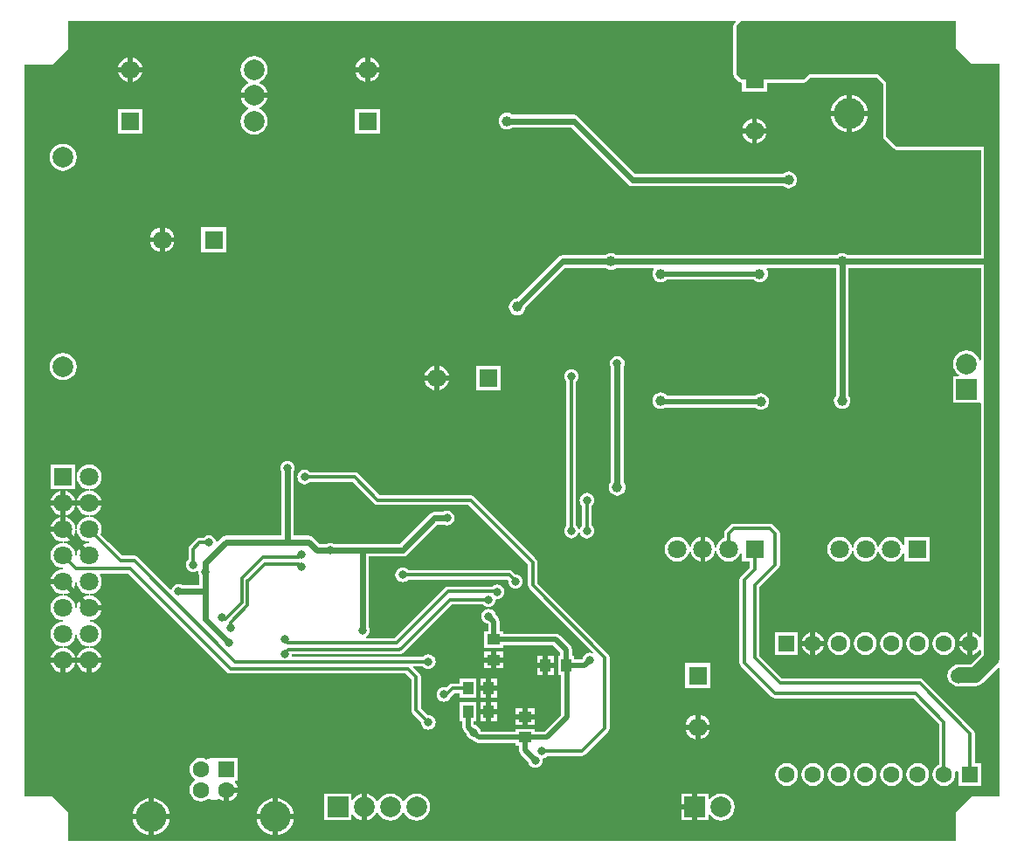
<source format=gbl>
G04*
G04 #@! TF.GenerationSoftware,Altium Limited,Altium Designer,19.1.8 (144)*
G04*
G04 Layer_Physical_Order=2*
G04 Layer_Color=16711680*
%FSLAX44Y44*%
%MOMM*%
G71*
G01*
G75*
%ADD53R,1.2500X1.0000*%
%ADD54R,1.0000X1.2500*%
%ADD64C,0.3000*%
%ADD65C,0.6000*%
%ADD66C,0.5000*%
%ADD68C,1.0000*%
%ADD71R,2.0000X2.0000*%
%ADD72C,2.0000*%
%ADD73C,1.8000*%
%ADD74R,1.8000X1.8000*%
%ADD75R,3.0000X3.0000*%
%ADD76C,3.0000*%
%ADD77R,1.8000X1.8000*%
%ADD78C,1.6000*%
%ADD79R,1.6000X1.6000*%
%ADD80R,2.0000X2.0000*%
%ADD81R,1.6000X1.6000*%
%ADD82C,0.8000*%
%ADD83C,1.0000*%
%ADD84C,1.5000*%
%ADD85C,1.5000*%
G36*
X910000Y775250D02*
X925000Y760250D01*
X952500D01*
Y680250D01*
X852500D01*
X842500Y690250D01*
X842500Y742750D01*
X835000Y750250D01*
X767500D01*
X762500Y745250D01*
X702500Y745250D01*
X697500Y750250D01*
X697500Y797500D01*
X702500Y802500D01*
X910000D01*
Y775250D01*
D02*
G37*
G36*
X697001Y801327D02*
X695337Y799663D01*
X694674Y798671D01*
X694441Y797500D01*
X694441Y797500D01*
X694441Y750250D01*
X694441Y750250D01*
X694674Y749080D01*
X695337Y748087D01*
X695337Y748087D01*
X700337Y743087D01*
X700337Y743087D01*
X701329Y742424D01*
X702500Y742191D01*
X703000Y741114D01*
Y733500D01*
X727000D01*
Y742191D01*
X762500Y742191D01*
X762500Y742191D01*
X763671Y742424D01*
X764663Y743087D01*
X768767Y747191D01*
X833733D01*
X839441Y741483D01*
X839441Y690250D01*
X839674Y689080D01*
X840337Y688087D01*
X840337Y688087D01*
X850337Y678087D01*
X850337Y678087D01*
X851329Y677424D01*
X852500Y677191D01*
X852500Y677191D01*
X934409D01*
Y575117D01*
X805169D01*
X804035Y575988D01*
X802088Y576794D01*
X800000Y577069D01*
X797912Y576794D01*
X795965Y575988D01*
X794831Y575117D01*
X581169D01*
X580034Y575988D01*
X578088Y576794D01*
X576000Y577069D01*
X573912Y576794D01*
X571965Y575988D01*
X570831Y575117D01*
X529000D01*
X526659Y574652D01*
X524674Y573326D01*
X484329Y532981D01*
X482912Y532794D01*
X480965Y531988D01*
X479294Y530706D01*
X478012Y529035D01*
X477206Y527088D01*
X476931Y525000D01*
X477206Y522912D01*
X478012Y520965D01*
X479294Y519294D01*
X480965Y518012D01*
X482912Y517206D01*
X485000Y516931D01*
X487088Y517206D01*
X489035Y518012D01*
X490706Y519294D01*
X491988Y520965D01*
X492794Y522912D01*
X492981Y524329D01*
X531534Y562882D01*
X570831D01*
X571965Y562012D01*
X573912Y561206D01*
X576000Y560931D01*
X578088Y561206D01*
X580034Y562012D01*
X581169Y562882D01*
X616829D01*
X617455Y561613D01*
X617012Y561035D01*
X616206Y559088D01*
X615931Y557000D01*
X616206Y554912D01*
X617012Y552966D01*
X618294Y551294D01*
X619966Y550012D01*
X621912Y549206D01*
X624000Y548931D01*
X626088Y549206D01*
X628035Y550012D01*
X629706Y551294D01*
X629781Y551392D01*
X714219D01*
X714294Y551294D01*
X715965Y550012D01*
X717912Y549206D01*
X720000Y548931D01*
X722088Y549206D01*
X724035Y550012D01*
X725706Y551294D01*
X726988Y552966D01*
X727794Y554912D01*
X728069Y557000D01*
X727794Y559088D01*
X726988Y561035D01*
X726544Y561613D01*
X727171Y562882D01*
X793883D01*
Y439169D01*
X793012Y438035D01*
X792206Y436088D01*
X791931Y434000D01*
X792206Y431912D01*
X793012Y429966D01*
X794294Y428294D01*
X795965Y427012D01*
X797912Y426206D01*
X800000Y425931D01*
X802088Y426206D01*
X804035Y427012D01*
X805706Y428294D01*
X806988Y429966D01*
X807794Y431912D01*
X808069Y434000D01*
X807794Y436088D01*
X806988Y438035D01*
X806117Y439169D01*
Y562882D01*
X934409D01*
Y550000D01*
X934409Y550000D01*
Y473336D01*
X933165Y473144D01*
X931855Y476306D01*
X929772Y479022D01*
X927056Y481105D01*
X923894Y482415D01*
X920500Y482862D01*
X917106Y482415D01*
X913944Y481105D01*
X911228Y479022D01*
X909145Y476306D01*
X907835Y473144D01*
X907388Y469750D01*
X907835Y466356D01*
X909145Y463194D01*
X911228Y460478D01*
X913129Y459020D01*
X912698Y457750D01*
X907500D01*
Y431750D01*
X933139D01*
X933500Y431750D01*
X934409Y430880D01*
X934409Y204960D01*
X933139Y204528D01*
X931745Y206345D01*
X929447Y208109D01*
X926772Y209217D01*
X926400Y209266D01*
Y198500D01*
Y187734D01*
X926772Y187783D01*
X929447Y188892D01*
X931745Y190655D01*
X933139Y192472D01*
X934409Y192041D01*
Y188387D01*
X924363Y178341D01*
X914723D01*
X912662Y178069D01*
X912500Y178091D01*
X909759Y177730D01*
X907205Y176672D01*
X905011Y174989D01*
X903328Y172795D01*
X902270Y170241D01*
X901909Y167500D01*
X902270Y164759D01*
X903328Y162205D01*
X905011Y160011D01*
X907205Y158328D01*
X909759Y157270D01*
X912500Y156909D01*
X914561Y157181D01*
X914723Y157159D01*
X928750D01*
X928750Y157159D01*
X931491Y157520D01*
X934045Y158578D01*
X936239Y160261D01*
X951230Y175253D01*
X952500Y174727D01*
Y50000D01*
X925000D01*
X910000Y35000D01*
Y7500D01*
X50000D01*
Y35000D01*
X35000Y50000D01*
X7500D01*
Y760000D01*
X35000D01*
X50000Y775000D01*
Y802500D01*
X696515Y802500D01*
X697001Y801327D01*
D02*
G37*
%LPC*%
G36*
X342500Y766774D02*
Y757500D01*
X351774D01*
X351691Y758133D01*
X350482Y761052D01*
X348559Y763559D01*
X346052Y765482D01*
X343133Y766691D01*
X342500Y766774D01*
D02*
G37*
G36*
X337500D02*
X336867Y766691D01*
X333948Y765482D01*
X331441Y763559D01*
X329518Y761052D01*
X328309Y758133D01*
X328226Y757500D01*
X337500D01*
Y766774D01*
D02*
G37*
G36*
X112500D02*
Y757500D01*
X121774D01*
X121691Y758133D01*
X120482Y761052D01*
X118559Y763559D01*
X116052Y765482D01*
X113133Y766691D01*
X112500Y766774D01*
D02*
G37*
G36*
X107500D02*
X106867Y766691D01*
X103948Y765482D01*
X101441Y763559D01*
X99518Y761052D01*
X98309Y758133D01*
X98226Y757500D01*
X107500D01*
Y766774D01*
D02*
G37*
G36*
X121774Y752500D02*
X112500D01*
Y743226D01*
X113133Y743309D01*
X116052Y744518D01*
X118559Y746441D01*
X120482Y748948D01*
X121691Y751867D01*
X121774Y752500D01*
D02*
G37*
G36*
X351774Y752500D02*
X342500D01*
Y743226D01*
X343133Y743309D01*
X346052Y744518D01*
X348559Y746441D01*
X350482Y748948D01*
X351691Y751867D01*
X351774Y752500D01*
D02*
G37*
G36*
X337500D02*
X328226D01*
X328309Y751867D01*
X329518Y748948D01*
X331441Y746441D01*
X333948Y744518D01*
X336867Y743309D01*
X337500Y743226D01*
Y752500D01*
D02*
G37*
G36*
X107500Y752500D02*
X98226D01*
X98309Y751867D01*
X99518Y748948D01*
X101441Y746441D01*
X103948Y744518D01*
X106867Y743309D01*
X107500Y743226D01*
Y752500D01*
D02*
G37*
G36*
X230000Y768112D02*
X226606Y767665D01*
X223444Y766356D01*
X220728Y764272D01*
X218645Y761556D01*
X217335Y758394D01*
X216888Y755000D01*
X217335Y751606D01*
X218645Y748444D01*
X220728Y745728D01*
X223444Y743644D01*
X224674Y743135D01*
Y741865D01*
X223444Y741356D01*
X220728Y739272D01*
X218645Y736556D01*
X217335Y733394D01*
X217217Y732500D01*
X230000D01*
X242783D01*
X242665Y733394D01*
X241355Y736556D01*
X239272Y739272D01*
X236556Y741356D01*
X235326Y741865D01*
Y743135D01*
X236556Y743644D01*
X239272Y745728D01*
X241355Y748444D01*
X242665Y751606D01*
X243112Y755000D01*
X242665Y758394D01*
X241355Y761556D01*
X239272Y764272D01*
X236556Y766356D01*
X233394Y767665D01*
X230000Y768112D01*
D02*
G37*
G36*
X809200Y730341D02*
Y715000D01*
X824541D01*
X824439Y716029D01*
X823410Y719422D01*
X821739Y722549D01*
X819490Y725290D01*
X816749Y727539D01*
X813622Y729210D01*
X810229Y730240D01*
X809200Y730341D01*
D02*
G37*
G36*
X804200Y730341D02*
X803171Y730240D01*
X799778Y729210D01*
X796651Y727539D01*
X793911Y725290D01*
X791661Y722549D01*
X789990Y719422D01*
X788960Y716029D01*
X788859Y715000D01*
X804200D01*
Y730341D01*
D02*
G37*
G36*
X717500Y707274D02*
Y698000D01*
X726774D01*
X726691Y698633D01*
X725482Y701552D01*
X723559Y704059D01*
X721052Y705982D01*
X718133Y707191D01*
X717500Y707274D01*
D02*
G37*
G36*
X712500D02*
X711867Y707191D01*
X708948Y705982D01*
X706441Y704059D01*
X704518Y701552D01*
X703309Y698633D01*
X703226Y698000D01*
X712500D01*
Y707274D01*
D02*
G37*
G36*
X804200Y710000D02*
X788859D01*
X788960Y708971D01*
X789990Y705578D01*
X791661Y702451D01*
X793911Y699710D01*
X796651Y697461D01*
X799778Y695790D01*
X803171Y694761D01*
X804200Y694659D01*
Y710000D01*
D02*
G37*
G36*
X824541D02*
X809200D01*
Y694659D01*
X810229Y694761D01*
X813622Y695790D01*
X816749Y697461D01*
X819490Y699710D01*
X821739Y702451D01*
X823410Y705578D01*
X824439Y708971D01*
X824541Y710000D01*
D02*
G37*
G36*
X352000Y717000D02*
X328000D01*
Y693000D01*
X352000D01*
Y717000D01*
D02*
G37*
G36*
X122000D02*
X98000D01*
Y693000D01*
X122000D01*
Y717000D01*
D02*
G37*
G36*
X242783Y727500D02*
X230000D01*
X217217D01*
X217335Y726606D01*
X218645Y723444D01*
X220728Y720728D01*
X223444Y718644D01*
X224674Y718135D01*
Y716865D01*
X223444Y716356D01*
X220728Y714272D01*
X218645Y711556D01*
X217335Y708394D01*
X216888Y705000D01*
X217335Y701606D01*
X218645Y698444D01*
X220728Y695728D01*
X223444Y693644D01*
X226606Y692335D01*
X230000Y691888D01*
X233394Y692335D01*
X236556Y693644D01*
X239272Y695728D01*
X241355Y698444D01*
X242665Y701606D01*
X243112Y705000D01*
X242665Y708394D01*
X241355Y711556D01*
X239272Y714272D01*
X236556Y716356D01*
X235326Y716865D01*
Y718135D01*
X236556Y718644D01*
X239272Y720728D01*
X241355Y723444D01*
X242665Y726606D01*
X242783Y727500D01*
D02*
G37*
G36*
X726774Y693000D02*
X717500D01*
Y683726D01*
X718133Y683809D01*
X721052Y685018D01*
X723559Y686942D01*
X725482Y689448D01*
X726691Y692367D01*
X726774Y693000D01*
D02*
G37*
G36*
X712500D02*
X703226D01*
X703309Y692367D01*
X704518Y689448D01*
X706441Y686942D01*
X708948Y685018D01*
X711867Y683809D01*
X712500Y683726D01*
Y693000D01*
D02*
G37*
G36*
X45000Y683112D02*
X41606Y682665D01*
X38444Y681356D01*
X35728Y679272D01*
X33644Y676556D01*
X32335Y673394D01*
X31888Y670000D01*
X32335Y666606D01*
X33644Y663444D01*
X35728Y660728D01*
X38444Y658644D01*
X41606Y657335D01*
X45000Y656888D01*
X48394Y657335D01*
X51556Y658644D01*
X54272Y660728D01*
X56356Y663444D01*
X57665Y666606D01*
X58112Y670000D01*
X57665Y673394D01*
X56356Y676556D01*
X54272Y679272D01*
X51556Y681356D01*
X48394Y682665D01*
X45000Y683112D01*
D02*
G37*
G36*
X475000Y713069D02*
X472912Y712794D01*
X470965Y711988D01*
X469294Y710706D01*
X468012Y709035D01*
X467206Y707088D01*
X466931Y705000D01*
X467206Y702912D01*
X468012Y700965D01*
X469294Y699294D01*
X470965Y698012D01*
X472912Y697206D01*
X475000Y696931D01*
X477088Y697206D01*
X479035Y698012D01*
X480169Y698883D01*
X537466D01*
X592674Y643674D01*
X594659Y642348D01*
X597000Y641882D01*
X742831D01*
X743966Y641012D01*
X745912Y640206D01*
X748000Y639931D01*
X750088Y640206D01*
X752035Y641012D01*
X753706Y642294D01*
X754988Y643966D01*
X755794Y645912D01*
X756069Y648000D01*
X755794Y650088D01*
X754988Y652035D01*
X753706Y653706D01*
X752035Y654988D01*
X750088Y655794D01*
X748000Y656069D01*
X745912Y655794D01*
X743966Y654988D01*
X742831Y654118D01*
X599534D01*
X544326Y709326D01*
X542341Y710652D01*
X540000Y711118D01*
X480169D01*
X479035Y711988D01*
X477088Y712794D01*
X475000Y713069D01*
D02*
G37*
G36*
X143500Y601774D02*
Y592500D01*
X152774D01*
X152691Y593133D01*
X151482Y596052D01*
X149558Y598559D01*
X147052Y600482D01*
X144133Y601691D01*
X143500Y601774D01*
D02*
G37*
G36*
X138500Y601774D02*
X137867Y601691D01*
X134948Y600482D01*
X132442Y598559D01*
X130518Y596052D01*
X129309Y593133D01*
X129226Y592500D01*
X138500D01*
Y601774D01*
D02*
G37*
G36*
X152774Y587500D02*
X143500D01*
Y578226D01*
X144133Y578309D01*
X147052Y579518D01*
X149558Y581441D01*
X151482Y583948D01*
X152691Y586867D01*
X152774Y587500D01*
D02*
G37*
G36*
X138500D02*
X129226D01*
X129309Y586867D01*
X130518Y583948D01*
X132442Y581441D01*
X134948Y579518D01*
X137867Y578309D01*
X138500Y578226D01*
Y587500D01*
D02*
G37*
G36*
X203000Y602000D02*
X179000D01*
Y578000D01*
X203000D01*
Y602000D01*
D02*
G37*
G36*
X409500Y467774D02*
Y458500D01*
X418774D01*
X418691Y459133D01*
X417482Y462052D01*
X415559Y464558D01*
X413052Y466482D01*
X410133Y467691D01*
X409500Y467774D01*
D02*
G37*
G36*
X404500D02*
X403867Y467691D01*
X400948Y466482D01*
X398442Y464558D01*
X396518Y462052D01*
X395309Y459133D01*
X395226Y458500D01*
X404500D01*
Y467774D01*
D02*
G37*
G36*
X45000Y480112D02*
X41606Y479665D01*
X38444Y478355D01*
X35728Y476272D01*
X33644Y473556D01*
X32335Y470394D01*
X31888Y467000D01*
X32335Y463606D01*
X33644Y460444D01*
X35728Y457728D01*
X38444Y455644D01*
X41606Y454335D01*
X45000Y453888D01*
X48394Y454335D01*
X51556Y455644D01*
X54272Y457728D01*
X56356Y460444D01*
X57665Y463606D01*
X58112Y467000D01*
X57665Y470394D01*
X56356Y473556D01*
X54272Y476272D01*
X51556Y478355D01*
X48394Y479665D01*
X45000Y480112D01*
D02*
G37*
G36*
X418774Y453500D02*
X409500D01*
Y444226D01*
X410133Y444309D01*
X413052Y445518D01*
X415559Y447441D01*
X417482Y449948D01*
X418691Y452867D01*
X418774Y453500D01*
D02*
G37*
G36*
X404500D02*
X395226D01*
X395309Y452867D01*
X396518Y449948D01*
X398442Y447441D01*
X400948Y445518D01*
X403867Y444309D01*
X404500Y444226D01*
Y453500D01*
D02*
G37*
G36*
X469000Y468000D02*
X445000D01*
Y444000D01*
X469000D01*
Y468000D01*
D02*
G37*
G36*
X624000Y442069D02*
X621912Y441794D01*
X619966Y440988D01*
X618294Y439706D01*
X617012Y438035D01*
X616206Y436088D01*
X615931Y434000D01*
X616206Y431912D01*
X617012Y429966D01*
X618294Y428294D01*
X619966Y427012D01*
X621912Y426206D01*
X624000Y425931D01*
X626088Y426206D01*
X628035Y427012D01*
X628530Y427392D01*
X715219D01*
X715294Y427294D01*
X716965Y426012D01*
X718912Y425206D01*
X721000Y424931D01*
X723088Y425206D01*
X725034Y426012D01*
X726706Y427294D01*
X727988Y428965D01*
X728794Y430912D01*
X729069Y433000D01*
X728794Y435088D01*
X727988Y437034D01*
X726706Y438706D01*
X725034Y439988D01*
X723088Y440794D01*
X721000Y441069D01*
X718912Y440794D01*
X716965Y439988D01*
X715294Y438706D01*
X715219Y438608D01*
X630548D01*
X629706Y439706D01*
X628035Y440988D01*
X626088Y441794D01*
X624000Y442069D01*
D02*
G37*
G36*
X57000Y372000D02*
X33000D01*
Y348000D01*
X57000D01*
Y372000D01*
D02*
G37*
G36*
X582000Y477060D02*
X580173Y476820D01*
X578470Y476115D01*
X577008Y474992D01*
X575886Y473530D01*
X575180Y471827D01*
X574940Y470000D01*
X575180Y468173D01*
X575882Y466477D01*
Y355169D01*
X575012Y354035D01*
X574206Y352088D01*
X573931Y350000D01*
X574206Y347912D01*
X575012Y345965D01*
X576294Y344294D01*
X577966Y343012D01*
X579912Y342206D01*
X582000Y341931D01*
X584088Y342206D01*
X586035Y343012D01*
X587706Y344294D01*
X588988Y345965D01*
X589794Y347912D01*
X590069Y350000D01*
X589794Y352088D01*
X588988Y354035D01*
X588117Y355169D01*
Y466477D01*
X588820Y468173D01*
X589060Y470000D01*
X588820Y471827D01*
X588115Y473530D01*
X586992Y474992D01*
X585530Y476115D01*
X583827Y476820D01*
X582000Y477060D01*
D02*
G37*
G36*
X42500Y346374D02*
X41867Y346291D01*
X38948Y345082D01*
X36442Y343158D01*
X34518Y340652D01*
X33309Y337733D01*
X33226Y337100D01*
X42500D01*
Y346374D01*
D02*
G37*
G36*
X537500Y464560D02*
X535673Y464320D01*
X533970Y463615D01*
X532508Y462492D01*
X531385Y461030D01*
X530680Y459327D01*
X530440Y457500D01*
X530680Y455673D01*
X531385Y453970D01*
X532508Y452508D01*
X532912Y452197D01*
Y312803D01*
X532508Y312492D01*
X531385Y311030D01*
X530680Y309327D01*
X530440Y307500D01*
X530680Y305673D01*
X531385Y303970D01*
X532508Y302507D01*
X533970Y301385D01*
X535673Y300680D01*
X537500Y300440D01*
X539327Y300680D01*
X541030Y301385D01*
X542492Y302507D01*
X543615Y303970D01*
X544320Y305673D01*
X544360Y305974D01*
X545640D01*
X545680Y305673D01*
X546385Y303970D01*
X547508Y302507D01*
X548970Y301385D01*
X550673Y300680D01*
X552500Y300440D01*
X554327Y300680D01*
X556030Y301385D01*
X557492Y302507D01*
X558615Y303970D01*
X559320Y305673D01*
X559560Y307500D01*
X559320Y309327D01*
X558615Y311030D01*
X557492Y312492D01*
X557088Y312803D01*
Y332197D01*
X557492Y332508D01*
X558615Y333970D01*
X559320Y335673D01*
X559560Y337500D01*
X559320Y339327D01*
X558615Y341030D01*
X557492Y342492D01*
X556030Y343615D01*
X554327Y344320D01*
X552500Y344560D01*
X550673Y344320D01*
X548970Y343615D01*
X547508Y342492D01*
X546385Y341030D01*
X545680Y339327D01*
X545440Y337500D01*
X545680Y335673D01*
X546385Y333970D01*
X547508Y332508D01*
X547912Y332197D01*
Y312803D01*
X547508Y312492D01*
X546385Y311030D01*
X545680Y309327D01*
X545640Y309026D01*
X544360D01*
X544320Y309327D01*
X543615Y311030D01*
X542492Y312492D01*
X542088Y312803D01*
Y452197D01*
X542492Y452508D01*
X543615Y453970D01*
X544320Y455673D01*
X544560Y457500D01*
X544320Y459327D01*
X543615Y461030D01*
X542492Y462492D01*
X541030Y463615D01*
X539327Y464320D01*
X537500Y464560D01*
D02*
G37*
G36*
X262500Y375560D02*
X260673Y375320D01*
X258970Y374614D01*
X257508Y373492D01*
X256385Y372030D01*
X255680Y370327D01*
X255440Y368500D01*
X255680Y366673D01*
X256383Y364977D01*
Y303118D01*
X203000D01*
X200659Y302652D01*
X198674Y301326D01*
X194476Y297127D01*
X193135Y297582D01*
X193070Y298077D01*
X192365Y299780D01*
X191242Y301242D01*
X189780Y302364D01*
X188077Y303070D01*
X186250Y303310D01*
X184423Y303070D01*
X182720Y302364D01*
X181257Y301242D01*
X180947Y300838D01*
X177250D01*
X175494Y300489D01*
X174006Y299494D01*
X167756Y293244D01*
X166761Y291756D01*
X166412Y290000D01*
Y280303D01*
X166008Y279993D01*
X164886Y278530D01*
X164180Y276827D01*
X163940Y275000D01*
X164180Y273173D01*
X164886Y271470D01*
X166008Y270008D01*
X167470Y268885D01*
X169173Y268180D01*
X171000Y267940D01*
X172827Y268180D01*
X174530Y268885D01*
X174803Y269095D01*
X175993Y268407D01*
X175940Y268000D01*
X176180Y266173D01*
X176882Y264477D01*
Y255117D01*
X160523D01*
X158827Y255820D01*
X157000Y256060D01*
X155173Y255820D01*
X153470Y255114D01*
X152008Y253993D01*
X150885Y252530D01*
X150261Y251023D01*
X149007Y250482D01*
X117244Y282244D01*
X115756Y283239D01*
X114000Y283588D01*
X102501Y283588D01*
X89244Y296844D01*
X81485Y304604D01*
X82091Y306067D01*
X82503Y309200D01*
X82091Y312333D01*
X80882Y315252D01*
X78959Y317759D01*
X76452Y319682D01*
X73533Y320891D01*
X71305Y321184D01*
X70734Y321260D01*
Y322540D01*
X71305Y322616D01*
X73533Y322909D01*
X76452Y324118D01*
X78959Y326041D01*
X80882Y328548D01*
X82091Y331467D01*
X82174Y332100D01*
X70400D01*
Y337100D01*
X82174D01*
X82091Y337733D01*
X80882Y340652D01*
X78959Y343158D01*
X76452Y345082D01*
X73533Y346291D01*
X71305Y346584D01*
X70734Y346660D01*
Y347940D01*
X71305Y348016D01*
X73533Y348309D01*
X76452Y349518D01*
X78959Y351441D01*
X80882Y353948D01*
X82091Y356867D01*
X82503Y360000D01*
X82091Y363133D01*
X80882Y366052D01*
X78959Y368559D01*
X76452Y370482D01*
X73533Y371691D01*
X70400Y372104D01*
X67267Y371691D01*
X64348Y370482D01*
X61842Y368559D01*
X59918Y366052D01*
X58709Y363133D01*
X58296Y360000D01*
X58709Y356867D01*
X59918Y353948D01*
X61842Y351441D01*
X64348Y349518D01*
X67267Y348309D01*
X69495Y348016D01*
X70066Y347940D01*
Y346660D01*
X69495Y346584D01*
X67267Y346291D01*
X64348Y345082D01*
X61842Y343158D01*
X59918Y340652D01*
X58709Y337733D01*
X58416Y335505D01*
X58340Y334934D01*
X57060D01*
X56984Y335505D01*
X56691Y337733D01*
X55482Y340652D01*
X53559Y343158D01*
X51052Y345082D01*
X48133Y346291D01*
X47500Y346374D01*
Y334600D01*
X45000D01*
Y332100D01*
X33226D01*
X33309Y331467D01*
X34518Y328548D01*
X36442Y326041D01*
X38948Y324118D01*
X41867Y322909D01*
X44095Y322616D01*
X44666Y322540D01*
Y321260D01*
X44095Y321184D01*
X41867Y320891D01*
X38948Y319682D01*
X36442Y317759D01*
X34518Y315252D01*
X33309Y312333D01*
X33226Y311700D01*
X45000D01*
Y306700D01*
X33226D01*
X33309Y306067D01*
X34518Y303148D01*
X36442Y300641D01*
X38948Y298718D01*
X41867Y297509D01*
X44095Y297216D01*
X44666Y297140D01*
Y295860D01*
X44095Y295784D01*
X41867Y295491D01*
X38948Y294282D01*
X36442Y292358D01*
X34518Y289852D01*
X33309Y286933D01*
X32896Y283800D01*
X33309Y280667D01*
X34518Y277748D01*
X36442Y275242D01*
X38948Y273318D01*
X41867Y272109D01*
X44095Y271816D01*
X44666Y271740D01*
Y270460D01*
X44095Y270384D01*
X41867Y270091D01*
X38948Y268882D01*
X36442Y266959D01*
X34518Y264452D01*
X33309Y261533D01*
X33226Y260900D01*
X45000D01*
Y255900D01*
X33226D01*
X33309Y255267D01*
X34518Y252348D01*
X36442Y249841D01*
X38948Y247918D01*
X41867Y246709D01*
X44095Y246416D01*
X44666Y246340D01*
Y245060D01*
X44095Y244984D01*
X41867Y244691D01*
X38948Y243482D01*
X36442Y241558D01*
X34518Y239052D01*
X33309Y236133D01*
X32896Y233000D01*
X33309Y229867D01*
X34518Y226948D01*
X36442Y224442D01*
X38948Y222518D01*
X41867Y221309D01*
X44095Y221016D01*
X44666Y220940D01*
Y219660D01*
X44095Y219584D01*
X41867Y219291D01*
X38948Y218082D01*
X36442Y216159D01*
X34518Y213652D01*
X33309Y210733D01*
X32896Y207600D01*
X33309Y204467D01*
X34518Y201548D01*
X36442Y199042D01*
X38948Y197118D01*
X41867Y195909D01*
X44095Y195616D01*
X44666Y195540D01*
Y194260D01*
X44095Y194184D01*
X41867Y193891D01*
X38948Y192682D01*
X36442Y190758D01*
X34518Y188252D01*
X33309Y185333D01*
X33226Y184700D01*
X45000D01*
Y182200D01*
X47500D01*
Y170426D01*
X48133Y170509D01*
X51052Y171718D01*
X53559Y173641D01*
X55482Y176148D01*
X56691Y179067D01*
X56984Y181295D01*
X57060Y181866D01*
X58340D01*
X58416Y181295D01*
X58709Y179067D01*
X59918Y176148D01*
X61842Y173641D01*
X64348Y171718D01*
X67267Y170509D01*
X67900Y170426D01*
Y182200D01*
X70400D01*
Y184700D01*
X82174D01*
X82091Y185333D01*
X80882Y188252D01*
X78959Y190758D01*
X76452Y192682D01*
X73533Y193891D01*
X71305Y194184D01*
X70734Y194260D01*
Y195540D01*
X71305Y195616D01*
X73533Y195909D01*
X76452Y197118D01*
X78959Y199042D01*
X80882Y201548D01*
X82091Y204467D01*
X82503Y207600D01*
X82091Y210733D01*
X80882Y213652D01*
X78959Y216159D01*
X76452Y218082D01*
X73533Y219291D01*
X71305Y219584D01*
X70734Y219660D01*
Y220940D01*
X71305Y221016D01*
X73533Y221309D01*
X76452Y222518D01*
X78959Y224442D01*
X80882Y226948D01*
X82091Y229867D01*
X82174Y230500D01*
X70400D01*
Y235500D01*
X82174D01*
X82091Y236133D01*
X80882Y239052D01*
X78959Y241558D01*
X76452Y243482D01*
X73533Y244691D01*
X71305Y244984D01*
X70734Y245060D01*
Y246340D01*
X71305Y246416D01*
X73533Y246709D01*
X76452Y247918D01*
X78959Y249841D01*
X80882Y252348D01*
X82091Y255267D01*
X82503Y258400D01*
X82091Y261533D01*
X80882Y264452D01*
X80252Y265273D01*
X80814Y266412D01*
X108099D01*
X203756Y170756D01*
X205244Y169761D01*
X207000Y169412D01*
X377099D01*
X382412Y164100D01*
Y134000D01*
X382761Y132244D01*
X383756Y130756D01*
X392006Y122505D01*
X391940Y122000D01*
X392180Y120173D01*
X392886Y118470D01*
X394007Y117008D01*
X395470Y115885D01*
X397173Y115180D01*
X399000Y114940D01*
X400827Y115180D01*
X402530Y115885D01*
X403992Y117008D01*
X405115Y118470D01*
X405820Y120173D01*
X406060Y122000D01*
X405820Y123827D01*
X405115Y125530D01*
X403992Y126993D01*
X402530Y128115D01*
X400827Y128820D01*
X399000Y129060D01*
X398495Y128994D01*
X391588Y135900D01*
Y166000D01*
X391239Y167756D01*
X390244Y169244D01*
X384250Y175238D01*
X384736Y176412D01*
X393697D01*
X394007Y176007D01*
X395470Y174886D01*
X397173Y174180D01*
X399000Y173940D01*
X400827Y174180D01*
X402530Y174886D01*
X403992Y176007D01*
X405115Y177470D01*
X405820Y179173D01*
X406060Y181000D01*
X405820Y182827D01*
X405115Y184530D01*
X403992Y185992D01*
X402530Y187115D01*
X400827Y187820D01*
X399000Y188060D01*
X397173Y187820D01*
X395470Y187115D01*
X394007Y185992D01*
X393697Y185588D01*
X267264D01*
X266808Y186270D01*
X266594Y186858D01*
X266788Y188332D01*
X284031D01*
X284032Y188332D01*
X371104D01*
X372860Y188681D01*
X373506Y189113D01*
X374051Y189221D01*
X375539Y190216D01*
X421735Y236412D01*
X451947D01*
X452258Y236008D01*
X453720Y234886D01*
X455423Y234180D01*
X457250Y233940D01*
X459077Y234180D01*
X460780Y234886D01*
X462243Y236008D01*
X463364Y237470D01*
X464070Y239173D01*
X464252Y240557D01*
X465339Y241694D01*
X465375Y241690D01*
X467202Y241930D01*
X468905Y242635D01*
X470368Y243758D01*
X471489Y245220D01*
X472195Y246923D01*
X472435Y248750D01*
X472195Y250577D01*
X471489Y252280D01*
X470368Y253742D01*
X468905Y254865D01*
X467202Y255570D01*
X465375Y255810D01*
X463548Y255570D01*
X461845Y254865D01*
X460383Y253742D01*
X460264Y253588D01*
X418000D01*
X416244Y253239D01*
X414756Y252244D01*
X366100Y203588D01*
X338717D01*
X338464Y204858D01*
X338530Y204886D01*
X339992Y206008D01*
X341115Y207470D01*
X341820Y209173D01*
X342060Y211000D01*
X341820Y212827D01*
X341118Y214523D01*
Y282882D01*
X374000D01*
X376341Y283348D01*
X378326Y284674D01*
X407534Y313883D01*
X413477D01*
X415173Y313180D01*
X417000Y312940D01*
X418827Y313180D01*
X420530Y313885D01*
X421992Y315007D01*
X423115Y316470D01*
X423820Y318173D01*
X424060Y320000D01*
X423820Y321827D01*
X423115Y323530D01*
X421992Y324992D01*
X420530Y326115D01*
X418827Y326820D01*
X417000Y327060D01*
X415173Y326820D01*
X413477Y326118D01*
X405000D01*
X402659Y325652D01*
X400674Y324326D01*
X371466Y295117D01*
X307523D01*
X305827Y295820D01*
X304000Y296060D01*
X302173Y295820D01*
X300477Y295117D01*
X293534D01*
X287326Y301326D01*
X285341Y302652D01*
X283000Y303118D01*
X268617D01*
Y364977D01*
X269320Y366673D01*
X269560Y368500D01*
X269320Y370327D01*
X268615Y372030D01*
X267493Y373492D01*
X266030Y374614D01*
X264327Y375320D01*
X262500Y375560D01*
D02*
G37*
G36*
X730000Y314588D02*
X695000D01*
X693244Y314239D01*
X691756Y313244D01*
X686756Y308244D01*
X685761Y306756D01*
X685412Y305000D01*
Y301088D01*
X683948Y300482D01*
X681441Y298559D01*
X679518Y296052D01*
X678309Y293133D01*
X678140Y291854D01*
X676860D01*
X676691Y293133D01*
X675482Y296052D01*
X673559Y298559D01*
X671052Y300482D01*
X668133Y301691D01*
X667500Y301774D01*
Y290000D01*
Y278226D01*
X668133Y278309D01*
X671052Y279518D01*
X673559Y281441D01*
X675482Y283948D01*
X676691Y286867D01*
X676860Y288146D01*
X678140D01*
X678309Y286867D01*
X679518Y283948D01*
X681441Y281441D01*
X683948Y279518D01*
X686867Y278309D01*
X690000Y277896D01*
X693133Y278309D01*
X696052Y279518D01*
X698559Y281441D01*
X700482Y283948D01*
X701691Y286867D01*
X701730Y287163D01*
X703000Y287080D01*
Y278000D01*
X710412D01*
Y271901D01*
X701756Y263244D01*
X700761Y261756D01*
X700412Y260000D01*
Y180000D01*
X700761Y178244D01*
X701756Y176756D01*
X731756Y146756D01*
X733244Y145761D01*
X735000Y145412D01*
X869100D01*
X893912Y120599D01*
Y81506D01*
X892953Y81109D01*
X890655Y79345D01*
X888892Y77047D01*
X887783Y74372D01*
X887405Y71500D01*
X887783Y68628D01*
X888892Y65953D01*
X890655Y63655D01*
X892953Y61891D01*
X895628Y60783D01*
X898500Y60405D01*
X901372Y60783D01*
X904047Y61891D01*
X906345Y63655D01*
X908109Y65953D01*
X909217Y68628D01*
X909595Y71500D01*
X909376Y73161D01*
X910490Y74431D01*
X912000D01*
X912900Y73693D01*
Y60500D01*
X934900D01*
Y82500D01*
X928488D01*
Y111100D01*
X928139Y112856D01*
X927144Y114344D01*
X878244Y163244D01*
X876756Y164239D01*
X875000Y164588D01*
X741900D01*
X719588Y186901D01*
Y253099D01*
X738244Y271756D01*
X739239Y273244D01*
X739588Y275000D01*
Y305000D01*
X739239Y306756D01*
X738244Y308244D01*
X733244Y313244D01*
X731756Y314239D01*
X730000Y314588D01*
D02*
G37*
G36*
X847500Y302104D02*
X844367Y301691D01*
X841448Y300482D01*
X838941Y298559D01*
X837018Y296052D01*
X835809Y293133D01*
X835640Y291854D01*
X834360D01*
X834191Y293133D01*
X832982Y296052D01*
X831059Y298559D01*
X828552Y300482D01*
X825633Y301691D01*
X822500Y302104D01*
X819367Y301691D01*
X816448Y300482D01*
X813941Y298559D01*
X812018Y296052D01*
X810809Y293133D01*
X810640Y291854D01*
X809360D01*
X809191Y293133D01*
X807982Y296052D01*
X806059Y298559D01*
X803552Y300482D01*
X800633Y301691D01*
X797500Y302104D01*
X794367Y301691D01*
X791448Y300482D01*
X788941Y298559D01*
X787018Y296052D01*
X785809Y293133D01*
X785396Y290000D01*
X785809Y286867D01*
X787018Y283948D01*
X788941Y281441D01*
X791448Y279518D01*
X794367Y278309D01*
X797500Y277896D01*
X800633Y278309D01*
X803552Y279518D01*
X806059Y281441D01*
X807982Y283948D01*
X809191Y286867D01*
X809360Y288146D01*
X810640D01*
X810809Y286867D01*
X812018Y283948D01*
X813941Y281441D01*
X816448Y279518D01*
X819367Y278309D01*
X822500Y277896D01*
X825633Y278309D01*
X828552Y279518D01*
X831059Y281441D01*
X832982Y283948D01*
X834191Y286867D01*
X834360Y288146D01*
X835640D01*
X835809Y286867D01*
X837018Y283948D01*
X838941Y281441D01*
X841448Y279518D01*
X844367Y278309D01*
X847500Y277896D01*
X850633Y278309D01*
X853552Y279518D01*
X856059Y281441D01*
X857982Y283948D01*
X859191Y286867D01*
X859230Y287163D01*
X860500Y287080D01*
Y278000D01*
X884500D01*
Y302000D01*
X860500D01*
Y292920D01*
X859230Y292837D01*
X859191Y293133D01*
X857982Y296052D01*
X856059Y298559D01*
X853552Y300482D01*
X850633Y301691D01*
X847500Y302104D01*
D02*
G37*
G36*
X640000D02*
X636867Y301691D01*
X633948Y300482D01*
X631441Y298559D01*
X629518Y296052D01*
X628309Y293133D01*
X627896Y290000D01*
X628309Y286867D01*
X629518Y283948D01*
X631441Y281441D01*
X633948Y279518D01*
X636867Y278309D01*
X640000Y277896D01*
X643133Y278309D01*
X646052Y279518D01*
X648559Y281441D01*
X650482Y283948D01*
X651691Y286867D01*
X651860Y288146D01*
X653140D01*
X653309Y286867D01*
X654518Y283948D01*
X656441Y281441D01*
X658948Y279518D01*
X661867Y278309D01*
X662500Y278226D01*
Y290000D01*
Y301774D01*
X661867Y301691D01*
X658948Y300482D01*
X656441Y298559D01*
X654518Y296052D01*
X653309Y293133D01*
X653140Y291854D01*
X651860D01*
X651691Y293133D01*
X650482Y296052D01*
X648559Y298559D01*
X646052Y300482D01*
X643133Y301691D01*
X640000Y302104D01*
D02*
G37*
G36*
X374000Y272060D02*
X372173Y271820D01*
X370470Y271115D01*
X369007Y269992D01*
X367886Y268530D01*
X367180Y266827D01*
X366940Y265000D01*
X367180Y263173D01*
X367886Y261470D01*
X369007Y260008D01*
X370470Y258885D01*
X372173Y258180D01*
X374000Y257940D01*
X375827Y258180D01*
X377530Y258885D01*
X378992Y260008D01*
X379303Y260412D01*
X475600D01*
X476564Y259447D01*
X476440Y258500D01*
X476680Y256673D01*
X477385Y254970D01*
X478508Y253507D01*
X479970Y252386D01*
X481673Y251680D01*
X483500Y251440D01*
X485327Y251680D01*
X487030Y252386D01*
X488492Y253507D01*
X489614Y254970D01*
X490320Y256673D01*
X490560Y258500D01*
X490320Y260327D01*
X489614Y262030D01*
X488492Y263492D01*
X487030Y264615D01*
X485327Y265320D01*
X483500Y265560D01*
X483437Y265552D01*
X480744Y268244D01*
X479256Y269239D01*
X477500Y269588D01*
X379303D01*
X378992Y269992D01*
X377530Y271115D01*
X375827Y271820D01*
X374000Y272060D01*
D02*
G37*
G36*
X921400Y209266D02*
X921028Y209217D01*
X918353Y208109D01*
X916055Y206345D01*
X914292Y204047D01*
X913183Y201372D01*
X913134Y201000D01*
X921400D01*
Y209266D01*
D02*
G37*
G36*
X774000D02*
Y201000D01*
X782266D01*
X782217Y201372D01*
X781108Y204047D01*
X779345Y206345D01*
X777047Y208109D01*
X774372Y209217D01*
X774000Y209266D01*
D02*
G37*
G36*
X769000D02*
X768628Y209217D01*
X765953Y208109D01*
X763655Y206345D01*
X761891Y204047D01*
X760783Y201372D01*
X760734Y201000D01*
X769000D01*
Y209266D01*
D02*
G37*
G36*
X279000Y367060D02*
X277173Y366820D01*
X275470Y366115D01*
X274008Y364992D01*
X272885Y363530D01*
X272180Y361827D01*
X271940Y360000D01*
X272180Y358173D01*
X272885Y356470D01*
X274008Y355008D01*
X275470Y353885D01*
X277173Y353180D01*
X279000Y352940D01*
X280827Y353180D01*
X282530Y353885D01*
X283992Y355008D01*
X284303Y355412D01*
X325600D01*
X346756Y334256D01*
X348244Y333261D01*
X350000Y332912D01*
X438100D01*
X495412Y275600D01*
Y255000D01*
X495761Y253244D01*
X496756Y251756D01*
X558517Y189995D01*
X557797Y188918D01*
X556827Y189320D01*
X555000Y189560D01*
X553173Y189320D01*
X551470Y188614D01*
X550008Y187492D01*
X548885Y186030D01*
X548180Y184327D01*
X548072Y183502D01*
X547677Y183108D01*
X540500D01*
Y186750D01*
X538108D01*
Y192500D01*
X537681Y194646D01*
X536465Y196465D01*
X526465Y206465D01*
X524646Y207681D01*
X522500Y208108D01*
X471750D01*
Y210500D01*
X468108D01*
Y220000D01*
X467681Y222146D01*
X466465Y223965D01*
X464428Y226002D01*
X464320Y226827D01*
X463615Y228530D01*
X462492Y229992D01*
X461030Y231114D01*
X459327Y231820D01*
X457500Y232060D01*
X455673Y231820D01*
X453970Y231114D01*
X452508Y229992D01*
X451385Y228530D01*
X450680Y226827D01*
X450440Y225000D01*
X450680Y223173D01*
X451385Y221470D01*
X452508Y220007D01*
X453970Y218885D01*
X455673Y218180D01*
X456498Y218071D01*
X456892Y217677D01*
Y210500D01*
X453250D01*
Y194500D01*
X471750D01*
Y196892D01*
X520177D01*
X526892Y190177D01*
Y186750D01*
X524500D01*
Y168250D01*
X527392D01*
Y129323D01*
X511217Y113148D01*
X501750D01*
Y115540D01*
X483250D01*
Y113148D01*
X449783D01*
X449428Y113502D01*
X449320Y114327D01*
X448614Y116030D01*
X447492Y117492D01*
X446030Y118614D01*
X444327Y119320D01*
X443502Y119428D01*
X443108Y119823D01*
Y123250D01*
X445500D01*
Y141750D01*
X429500D01*
Y123250D01*
X431892D01*
Y117500D01*
X432319Y115354D01*
X433535Y113535D01*
X435572Y111498D01*
X435680Y110673D01*
X436385Y108970D01*
X437508Y107507D01*
X438970Y106385D01*
X440673Y105680D01*
X441498Y105571D01*
X443495Y103575D01*
X445314Y102359D01*
X447460Y101932D01*
X483250D01*
Y99540D01*
X486892D01*
Y95000D01*
X487319Y92854D01*
X488535Y91035D01*
X495572Y83998D01*
X495680Y83173D01*
X496385Y81470D01*
X497508Y80008D01*
X498970Y78885D01*
X500673Y78180D01*
X502500Y77940D01*
X504327Y78180D01*
X506030Y78885D01*
X507492Y80008D01*
X508615Y81470D01*
X509320Y83173D01*
X509560Y85000D01*
X509459Y85768D01*
X510496Y87137D01*
X510827Y87180D01*
X512530Y87886D01*
X513992Y89008D01*
X514303Y89412D01*
X548000D01*
X549756Y89761D01*
X551244Y90756D01*
X573244Y112756D01*
X574239Y114244D01*
X574588Y116000D01*
Y185000D01*
X574239Y186756D01*
X573244Y188244D01*
X504588Y256901D01*
Y277500D01*
X504239Y279256D01*
X503244Y280744D01*
X443244Y340744D01*
X441756Y341739D01*
X440000Y342088D01*
X351900D01*
X330744Y363244D01*
X329256Y364239D01*
X327500Y364588D01*
X284303D01*
X283992Y364992D01*
X282530Y366115D01*
X280827Y366820D01*
X279000Y367060D01*
D02*
G37*
G36*
X921400Y196000D02*
X913134D01*
X913183Y195628D01*
X914292Y192953D01*
X916055Y190655D01*
X918353Y188892D01*
X921028Y187783D01*
X921400Y187734D01*
Y196000D01*
D02*
G37*
G36*
X782266D02*
X774000D01*
Y187734D01*
X774372Y187783D01*
X777047Y188892D01*
X779345Y190655D01*
X781108Y192953D01*
X782217Y195628D01*
X782266Y196000D01*
D02*
G37*
G36*
X769000D02*
X760734D01*
X760783Y195628D01*
X761891Y192953D01*
X763655Y190655D01*
X765953Y188892D01*
X768628Y187783D01*
X769000Y187734D01*
Y196000D01*
D02*
G37*
G36*
X757100Y209500D02*
X735100D01*
Y187500D01*
X757100D01*
Y209500D01*
D02*
G37*
G36*
X898500Y209595D02*
X895628Y209217D01*
X892953Y208109D01*
X890655Y206345D01*
X888892Y204047D01*
X887783Y201372D01*
X887405Y198500D01*
X887783Y195628D01*
X888892Y192953D01*
X890655Y190655D01*
X892953Y188892D01*
X895628Y187783D01*
X898500Y187405D01*
X901372Y187783D01*
X904047Y188892D01*
X906345Y190655D01*
X908109Y192953D01*
X909217Y195628D01*
X909595Y198500D01*
X909217Y201372D01*
X908109Y204047D01*
X906345Y206345D01*
X904047Y208109D01*
X901372Y209217D01*
X898500Y209595D01*
D02*
G37*
G36*
X873100D02*
X870228Y209217D01*
X867553Y208109D01*
X865255Y206345D01*
X863492Y204047D01*
X862383Y201372D01*
X862005Y198500D01*
X862383Y195628D01*
X863492Y192953D01*
X865255Y190655D01*
X867553Y188892D01*
X870228Y187783D01*
X873100Y187405D01*
X875972Y187783D01*
X878647Y188892D01*
X880945Y190655D01*
X882709Y192953D01*
X883817Y195628D01*
X884195Y198500D01*
X883817Y201372D01*
X882709Y204047D01*
X880945Y206345D01*
X878647Y208109D01*
X875972Y209217D01*
X873100Y209595D01*
D02*
G37*
G36*
X847700D02*
X844828Y209217D01*
X842153Y208109D01*
X839855Y206345D01*
X838092Y204047D01*
X836983Y201372D01*
X836605Y198500D01*
X836983Y195628D01*
X838092Y192953D01*
X839855Y190655D01*
X842153Y188892D01*
X844828Y187783D01*
X847700Y187405D01*
X850572Y187783D01*
X853247Y188892D01*
X855545Y190655D01*
X857309Y192953D01*
X858417Y195628D01*
X858795Y198500D01*
X858417Y201372D01*
X857309Y204047D01*
X855545Y206345D01*
X853247Y208109D01*
X850572Y209217D01*
X847700Y209595D01*
D02*
G37*
G36*
X822300D02*
X819428Y209217D01*
X816753Y208109D01*
X814455Y206345D01*
X812691Y204047D01*
X811583Y201372D01*
X811205Y198500D01*
X811583Y195628D01*
X812691Y192953D01*
X814455Y190655D01*
X816753Y188892D01*
X819428Y187783D01*
X822300Y187405D01*
X825172Y187783D01*
X827847Y188892D01*
X830145Y190655D01*
X831908Y192953D01*
X833017Y195628D01*
X833395Y198500D01*
X833017Y201372D01*
X831908Y204047D01*
X830145Y206345D01*
X827847Y208109D01*
X825172Y209217D01*
X822300Y209595D01*
D02*
G37*
G36*
X796900D02*
X794028Y209217D01*
X791353Y208109D01*
X789055Y206345D01*
X787291Y204047D01*
X786183Y201372D01*
X785805Y198500D01*
X786183Y195628D01*
X787291Y192953D01*
X789055Y190655D01*
X791353Y188892D01*
X794028Y187783D01*
X796900Y187405D01*
X799772Y187783D01*
X802447Y188892D01*
X804745Y190655D01*
X806508Y192953D01*
X807617Y195628D01*
X807995Y198500D01*
X807617Y201372D01*
X806508Y204047D01*
X804745Y206345D01*
X802447Y208109D01*
X799772Y209217D01*
X796900Y209595D01*
D02*
G37*
G36*
X471750Y190500D02*
X465000D01*
Y185000D01*
X471750D01*
Y190500D01*
D02*
G37*
G36*
X460000D02*
X453250D01*
Y185000D01*
X460000D01*
Y190500D01*
D02*
G37*
G36*
X520500Y186750D02*
X515000D01*
Y180000D01*
X520500D01*
Y186750D01*
D02*
G37*
G36*
X510000D02*
X504500D01*
Y186750D01*
Y180000D01*
X510000D01*
Y186750D01*
D02*
G37*
G36*
X471750Y180000D02*
X465000D01*
Y174500D01*
X471750D01*
Y180000D01*
D02*
G37*
G36*
X460000D02*
X453250D01*
Y174500D01*
X460000D01*
Y180000D01*
D02*
G37*
G36*
X82174Y179700D02*
X72900D01*
Y170426D01*
X73533Y170509D01*
X76452Y171718D01*
X78959Y173641D01*
X80882Y176148D01*
X82091Y179067D01*
X82174Y179700D01*
D02*
G37*
G36*
X42500D02*
X33226D01*
X33309Y179067D01*
X34518Y176148D01*
X36442Y173641D01*
X38948Y171718D01*
X41867Y170509D01*
X42500Y170426D01*
Y179700D01*
D02*
G37*
G36*
X520500Y175000D02*
X515000D01*
Y168250D01*
X520500D01*
Y175000D01*
D02*
G37*
G36*
X510000D02*
X504500D01*
Y168250D01*
X510000D01*
Y175000D01*
D02*
G37*
G36*
X465500Y164250D02*
X460000D01*
Y157500D01*
X465500D01*
Y164250D01*
D02*
G37*
G36*
X455000D02*
X449500D01*
Y157500D01*
X455000D01*
Y164250D01*
D02*
G37*
G36*
X445500D02*
X429500D01*
Y159588D01*
X422500D01*
X420744Y159239D01*
X419256Y158244D01*
X416537Y155526D01*
X415827Y155820D01*
X414000Y156060D01*
X412173Y155820D01*
X410470Y155114D01*
X409008Y153993D01*
X407886Y152530D01*
X407180Y150827D01*
X406940Y149000D01*
X407180Y147173D01*
X407886Y145470D01*
X409008Y144008D01*
X410470Y142886D01*
X412173Y142180D01*
X414000Y141940D01*
X415827Y142180D01*
X417530Y142886D01*
X418993Y144008D01*
X420115Y145470D01*
X420578Y146590D01*
X424400Y150412D01*
X429500D01*
Y145750D01*
X445500D01*
Y164250D01*
D02*
G37*
G36*
X672000Y179500D02*
X648000D01*
Y155500D01*
X672000D01*
Y179500D01*
D02*
G37*
G36*
X465500Y152500D02*
X460000D01*
Y145750D01*
X465500D01*
Y152500D01*
D02*
G37*
G36*
X455000D02*
X449500D01*
Y145750D01*
X455000D01*
Y152500D01*
D02*
G37*
G36*
X465500Y141750D02*
X460000D01*
Y135000D01*
X465500D01*
Y141750D01*
D02*
G37*
G36*
X455000D02*
X449500D01*
Y135000D01*
X455000D01*
Y141750D01*
D02*
G37*
G36*
X501750Y135540D02*
X495000D01*
Y130040D01*
X501750D01*
Y135540D01*
D02*
G37*
G36*
X490000D02*
X483250D01*
Y130040D01*
X490000D01*
Y135540D01*
D02*
G37*
G36*
X465500Y130000D02*
X460000D01*
Y123250D01*
X465500D01*
Y123250D01*
Y130000D01*
D02*
G37*
G36*
X455000D02*
X449500D01*
Y123250D01*
X455000D01*
Y130000D01*
D02*
G37*
G36*
X662500Y129274D02*
Y120000D01*
X671774D01*
X671691Y120633D01*
X670482Y123552D01*
X668559Y126059D01*
X666052Y127982D01*
X663133Y129191D01*
X662500Y129274D01*
D02*
G37*
G36*
X657500D02*
X656867Y129191D01*
X653948Y127982D01*
X651441Y126059D01*
X649518Y123552D01*
X648309Y120633D01*
X648226Y120000D01*
X657500D01*
Y129274D01*
D02*
G37*
G36*
X501750Y125040D02*
X495000D01*
Y119540D01*
X501750D01*
Y123000D01*
Y125040D01*
D02*
G37*
G36*
X490000D02*
X483250D01*
Y123000D01*
Y119540D01*
X490000D01*
Y125040D01*
D02*
G37*
G36*
X671774Y115000D02*
X662500D01*
Y105726D01*
X663133Y105809D01*
X666052Y107018D01*
X668559Y108941D01*
X670482Y111448D01*
X671691Y114367D01*
X671774Y115000D01*
D02*
G37*
G36*
X657500D02*
X648226D01*
X648309Y114367D01*
X649518Y111448D01*
X651441Y108941D01*
X653948Y107018D01*
X656867Y105809D01*
X657500Y105726D01*
Y115000D01*
D02*
G37*
G36*
X873100Y82595D02*
X870228Y82217D01*
X867553Y81109D01*
X865255Y79345D01*
X863492Y77047D01*
X862383Y74372D01*
X862005Y71500D01*
X862383Y68628D01*
X863492Y65953D01*
X865255Y63655D01*
X867553Y61891D01*
X870228Y60783D01*
X873100Y60405D01*
X875972Y60783D01*
X878647Y61891D01*
X880945Y63655D01*
X882709Y65953D01*
X883817Y68628D01*
X884195Y71500D01*
X883817Y74372D01*
X882709Y77047D01*
X880945Y79345D01*
X878647Y81109D01*
X875972Y82217D01*
X873100Y82595D01*
D02*
G37*
G36*
X847700D02*
X844828Y82217D01*
X842153Y81109D01*
X839855Y79345D01*
X838092Y77047D01*
X836983Y74372D01*
X836605Y71500D01*
X836983Y68628D01*
X838092Y65953D01*
X839855Y63655D01*
X842153Y61891D01*
X844828Y60783D01*
X847700Y60405D01*
X850572Y60783D01*
X853247Y61891D01*
X855545Y63655D01*
X857309Y65953D01*
X858417Y68628D01*
X858795Y71500D01*
X858417Y74372D01*
X857309Y77047D01*
X855545Y79345D01*
X853247Y81109D01*
X850572Y82217D01*
X847700Y82595D01*
D02*
G37*
G36*
X822300D02*
X819428Y82217D01*
X816753Y81109D01*
X814455Y79345D01*
X812691Y77047D01*
X811583Y74372D01*
X811205Y71500D01*
X811583Y68628D01*
X812691Y65953D01*
X814455Y63655D01*
X816753Y61891D01*
X819428Y60783D01*
X822300Y60405D01*
X825172Y60783D01*
X827847Y61891D01*
X830145Y63655D01*
X831908Y65953D01*
X833017Y68628D01*
X833395Y71500D01*
X833017Y74372D01*
X831908Y77047D01*
X830145Y79345D01*
X827847Y81109D01*
X825172Y82217D01*
X822300Y82595D01*
D02*
G37*
G36*
X796900D02*
X794028Y82217D01*
X791353Y81109D01*
X789055Y79345D01*
X787291Y77047D01*
X786183Y74372D01*
X785805Y71500D01*
X786183Y68628D01*
X787291Y65953D01*
X789055Y63655D01*
X791353Y61891D01*
X794028Y60783D01*
X796900Y60405D01*
X799772Y60783D01*
X802447Y61891D01*
X804745Y63655D01*
X806508Y65953D01*
X807617Y68628D01*
X807995Y71500D01*
X807617Y74372D01*
X806508Y77047D01*
X804745Y79345D01*
X802447Y81109D01*
X799772Y82217D01*
X796900Y82595D01*
D02*
G37*
G36*
X771500D02*
X768628Y82217D01*
X765953Y81109D01*
X763655Y79345D01*
X761891Y77047D01*
X760783Y74372D01*
X760405Y71500D01*
X760783Y68628D01*
X761891Y65953D01*
X763655Y63655D01*
X765953Y61891D01*
X768628Y60783D01*
X771500Y60405D01*
X774372Y60783D01*
X777047Y61891D01*
X779345Y63655D01*
X781108Y65953D01*
X782217Y68628D01*
X782595Y71500D01*
X782217Y74372D01*
X781108Y77047D01*
X779345Y79345D01*
X777047Y81109D01*
X774372Y82217D01*
X771500Y82595D01*
D02*
G37*
G36*
X746100D02*
X743228Y82217D01*
X740553Y81109D01*
X738255Y79345D01*
X736491Y77047D01*
X735383Y74372D01*
X735005Y71500D01*
X735383Y68628D01*
X736491Y65953D01*
X738255Y63655D01*
X740553Y61891D01*
X743228Y60783D01*
X746100Y60405D01*
X748972Y60783D01*
X751647Y61891D01*
X753945Y63655D01*
X755708Y65953D01*
X756817Y68628D01*
X757195Y71500D01*
X756817Y74372D01*
X755708Y77047D01*
X753945Y79345D01*
X751647Y81109D01*
X748972Y82217D01*
X746100Y82595D01*
D02*
G37*
G36*
X682700Y53112D02*
X679306Y52665D01*
X676144Y51356D01*
X673428Y49272D01*
X671570Y46850D01*
X670300Y47191D01*
Y53000D01*
X659800D01*
Y40000D01*
Y27000D01*
X670300D01*
Y32809D01*
X671570Y33150D01*
X673428Y30728D01*
X676144Y28644D01*
X679306Y27335D01*
X682700Y26888D01*
X686094Y27335D01*
X689256Y28644D01*
X691972Y30728D01*
X694055Y33444D01*
X695365Y36606D01*
X695812Y40000D01*
X695365Y43394D01*
X694055Y46556D01*
X691972Y49272D01*
X689256Y51356D01*
X686094Y52665D01*
X682700Y53112D01*
D02*
G37*
G36*
X214266Y54000D02*
X206000D01*
Y45734D01*
X206371Y45783D01*
X209047Y46891D01*
X211345Y48655D01*
X213108Y50953D01*
X214217Y53628D01*
X214266Y54000D01*
D02*
G37*
G36*
X178500Y87595D02*
X175628Y87217D01*
X172952Y86109D01*
X170655Y84345D01*
X168892Y82047D01*
X167783Y79372D01*
X167405Y76500D01*
X167783Y73628D01*
X168892Y70953D01*
X170655Y68655D01*
X172457Y67272D01*
X172536Y67087D01*
Y65913D01*
X172457Y65728D01*
X170655Y64345D01*
X168892Y62047D01*
X167783Y59372D01*
X167405Y56500D01*
X167783Y53628D01*
X168892Y50953D01*
X170655Y48655D01*
X172952Y46891D01*
X175628Y45783D01*
X178500Y45405D01*
X181371Y45783D01*
X184047Y46891D01*
X185821Y48252D01*
X185977Y48227D01*
X187134Y47453D01*
X188500Y47181D01*
X193500D01*
X194866Y47453D01*
X196023Y48227D01*
X196179Y48252D01*
X197952Y46891D01*
X200628Y45783D01*
X201000Y45734D01*
Y56500D01*
X203500D01*
Y59000D01*
X214266D01*
X214217Y59372D01*
X213108Y62047D01*
X211434Y64230D01*
X211624Y65166D01*
X211737Y65500D01*
X214500D01*
Y87500D01*
X192500D01*
Y87500D01*
X192225Y87274D01*
X192000Y87319D01*
X187500D01*
X186134Y87047D01*
X184977Y86273D01*
X184968Y86260D01*
X184047Y86109D01*
X181371Y87217D01*
X178500Y87595D01*
D02*
G37*
G36*
X387400Y53112D02*
X384006Y52665D01*
X380844Y51356D01*
X378128Y49272D01*
X376045Y46556D01*
X375387Y44969D01*
X374013D01*
X373355Y46556D01*
X371272Y49272D01*
X368556Y51356D01*
X365394Y52665D01*
X362000Y53112D01*
X358606Y52665D01*
X355444Y51356D01*
X352728Y49272D01*
X350644Y46556D01*
X349987Y44969D01*
X348613D01*
X347956Y46556D01*
X345872Y49272D01*
X343156Y51356D01*
X339994Y52665D01*
X339100Y52783D01*
Y40000D01*
Y27217D01*
X339994Y27335D01*
X343156Y28644D01*
X345872Y30728D01*
X347956Y33444D01*
X348613Y35031D01*
X349987D01*
X350644Y33444D01*
X352728Y30728D01*
X355444Y28644D01*
X358606Y27335D01*
X362000Y26888D01*
X365394Y27335D01*
X368556Y28644D01*
X371272Y30728D01*
X373355Y33444D01*
X374013Y35031D01*
X375387D01*
X376045Y33444D01*
X378128Y30728D01*
X380844Y28644D01*
X384006Y27335D01*
X387400Y26888D01*
X390794Y27335D01*
X393956Y28644D01*
X396672Y30728D01*
X398755Y33444D01*
X400065Y36606D01*
X400512Y40000D01*
X400065Y43394D01*
X398755Y46556D01*
X396672Y49272D01*
X393956Y51356D01*
X390794Y52665D01*
X387400Y53112D01*
D02*
G37*
G36*
X654800Y53000D02*
X644300D01*
Y42500D01*
X654800D01*
Y53000D01*
D02*
G37*
G36*
X253000Y48341D02*
Y33000D01*
X268341D01*
X268239Y34029D01*
X267210Y37422D01*
X265539Y40549D01*
X263290Y43289D01*
X260549Y45539D01*
X257422Y47210D01*
X254029Y48239D01*
X253000Y48341D01*
D02*
G37*
G36*
X248000D02*
X246971Y48239D01*
X243578Y47210D01*
X240451Y45539D01*
X237710Y43289D01*
X235461Y40549D01*
X233790Y37422D01*
X232760Y34029D01*
X232659Y33000D01*
X248000D01*
Y48341D01*
D02*
G37*
G36*
X133000D02*
Y33000D01*
X148341D01*
X148239Y34029D01*
X147210Y37422D01*
X145539Y40549D01*
X143289Y43289D01*
X140549Y45539D01*
X137422Y47210D01*
X134029Y48239D01*
X133000Y48341D01*
D02*
G37*
G36*
X128000D02*
X126971Y48239D01*
X123578Y47210D01*
X120451Y45539D01*
X117711Y43289D01*
X115461Y40549D01*
X113790Y37422D01*
X112760Y34029D01*
X112659Y33000D01*
X128000D01*
Y48341D01*
D02*
G37*
G36*
X324200Y53000D02*
X298200D01*
Y27000D01*
X324200D01*
Y32809D01*
X325470Y33150D01*
X327328Y30728D01*
X330044Y28644D01*
X333206Y27335D01*
X334100Y27217D01*
Y40000D01*
Y52783D01*
X333206Y52665D01*
X330044Y51356D01*
X327328Y49272D01*
X325470Y46850D01*
X324200Y47191D01*
Y53000D01*
D02*
G37*
G36*
X654800Y37500D02*
X644300D01*
Y27000D01*
X654800D01*
Y37500D01*
D02*
G37*
G36*
X248000Y28000D02*
X232659D01*
X232760Y26971D01*
X233790Y23578D01*
X235461Y20451D01*
X237710Y17710D01*
X240451Y15461D01*
X243578Y13790D01*
X246971Y12760D01*
X248000Y12659D01*
Y28000D01*
D02*
G37*
G36*
X148341Y28000D02*
X133000D01*
Y12659D01*
X134029Y12760D01*
X137422Y13790D01*
X140549Y15461D01*
X143289Y17710D01*
X145539Y20451D01*
X147210Y23578D01*
X148239Y26971D01*
X148341Y28000D01*
D02*
G37*
G36*
X128000D02*
X112659D01*
X112760Y26971D01*
X113790Y23578D01*
X115461Y20451D01*
X117711Y17710D01*
X120451Y15461D01*
X123578Y13790D01*
X126971Y12760D01*
X128000Y12659D01*
Y28000D01*
D02*
G37*
G36*
X268341Y28000D02*
X253000D01*
Y12659D01*
X254029Y12760D01*
X257422Y13790D01*
X260549Y15461D01*
X263290Y17710D01*
X265539Y20451D01*
X267210Y23578D01*
X268239Y26971D01*
X268341Y28000D01*
D02*
G37*
%LPD*%
G36*
X58416Y333695D02*
X58709Y331467D01*
X59918Y328548D01*
X61842Y326041D01*
X64348Y324118D01*
X67267Y322909D01*
X69495Y322616D01*
X70066Y322540D01*
Y321260D01*
X69495Y321184D01*
X67267Y320891D01*
X64348Y319682D01*
X61842Y317759D01*
X59918Y315252D01*
X58709Y312333D01*
X58341Y309534D01*
X57059D01*
X56691Y312333D01*
X55482Y315252D01*
X53559Y317759D01*
X51052Y319682D01*
X48133Y320891D01*
X45905Y321184D01*
X45334Y321260D01*
Y322540D01*
X45905Y322616D01*
X48133Y322909D01*
X51052Y324118D01*
X53559Y326041D01*
X55482Y328548D01*
X56691Y331467D01*
X56984Y333695D01*
X57060Y334266D01*
X58340D01*
X58416Y333695D01*
D02*
G37*
G36*
X58709Y306067D02*
X59918Y303148D01*
X61842Y300641D01*
X64348Y298718D01*
X67267Y297509D01*
X70066Y297141D01*
Y295860D01*
X67267Y295491D01*
X64348Y294282D01*
X61842Y292358D01*
X59918Y289852D01*
X58709Y286933D01*
X58341Y284134D01*
X57059D01*
X56691Y286933D01*
X55482Y289852D01*
X53559Y292358D01*
X51052Y294282D01*
X48133Y295491D01*
X45905Y295784D01*
X45334Y295860D01*
Y297140D01*
X45905Y297216D01*
X48133Y297509D01*
X51052Y298718D01*
X53559Y300641D01*
X55482Y303148D01*
X56691Y306067D01*
X57059Y308866D01*
X58341D01*
X58709Y306067D01*
D02*
G37*
G36*
Y255267D02*
X59918Y252348D01*
X61842Y249841D01*
X64348Y247918D01*
X67267Y246709D01*
X69495Y246416D01*
X70066Y246340D01*
Y245060D01*
X69495Y244984D01*
X67267Y244691D01*
X64348Y243482D01*
X61842Y241558D01*
X59918Y239052D01*
X58709Y236133D01*
X58341Y233334D01*
X57059D01*
X56691Y236133D01*
X55482Y239052D01*
X53559Y241558D01*
X51052Y243482D01*
X48133Y244691D01*
X45905Y244984D01*
X45334Y245060D01*
Y246340D01*
X45905Y246416D01*
X48133Y246709D01*
X51052Y247918D01*
X53559Y249841D01*
X55482Y252348D01*
X56691Y255267D01*
X57059Y258066D01*
X58341D01*
X58709Y255267D01*
D02*
G37*
G36*
Y204467D02*
X59918Y201548D01*
X61842Y199042D01*
X64348Y197118D01*
X67267Y195909D01*
X69495Y195616D01*
X70066Y195540D01*
Y194260D01*
X69495Y194184D01*
X67267Y193891D01*
X64348Y192682D01*
X61842Y190758D01*
X59918Y188252D01*
X58709Y185333D01*
X58416Y183105D01*
X58340Y182534D01*
X57060D01*
X56984Y183105D01*
X56691Y185333D01*
X55482Y188252D01*
X53559Y190758D01*
X51052Y192682D01*
X48133Y193891D01*
X45905Y194184D01*
X45334Y194260D01*
Y195540D01*
X45905Y195616D01*
X48133Y195909D01*
X51052Y197118D01*
X53559Y199042D01*
X55482Y201548D01*
X56691Y204467D01*
X57059Y207266D01*
X58341D01*
X58709Y204467D01*
D02*
G37*
D53*
X462500Y182500D02*
D03*
Y202500D02*
D03*
X492500Y127540D02*
D03*
Y107540D02*
D03*
D54*
X437500Y155000D02*
D03*
X457500D02*
D03*
Y132500D02*
D03*
X437500D02*
D03*
X512500Y177500D02*
D03*
X532500D02*
D03*
D64*
X477500Y265000D02*
X484000Y258500D01*
X57800Y271000D02*
X110000D01*
X45000Y283800D02*
X57800Y271000D01*
X898500Y71500D02*
Y122500D01*
X871000Y150000D02*
X898500Y122500D01*
X735000Y150000D02*
X871000D01*
X379000Y174000D02*
X387000Y166000D01*
Y134000D02*
Y166000D01*
Y134000D02*
X399000Y122000D01*
X207000Y174000D02*
X379000D01*
X537500Y307500D02*
Y457500D01*
X350000Y337500D02*
X440000D01*
X327500Y360000D02*
X350000Y337500D01*
X279000Y360000D02*
X327500D01*
X440000Y337500D02*
X500000Y277500D01*
Y255000D02*
Y277500D01*
Y255000D02*
X570000Y185000D01*
Y116000D02*
Y185000D01*
X552500Y307500D02*
Y337500D01*
X509000Y94000D02*
X548000D01*
X374000Y265000D02*
X477500D01*
X110000Y271000D02*
X207000Y174000D01*
X199000Y224000D02*
X200250D01*
X212000Y181000D02*
X399000D01*
X114000Y279000D02*
X212000Y181000D01*
X100600Y279000D02*
X114000Y279000D01*
X86000Y293600D02*
X100600Y279000D01*
X276000Y273000D02*
Y273273D01*
X239000Y282250D02*
X273022D01*
X275772Y284999D01*
X275999D01*
X223691Y235691D02*
Y259540D01*
X207000Y219000D02*
X223691Y235691D01*
X207000Y214000D02*
Y219000D01*
X200250Y224000D02*
X202000Y222250D01*
X240335Y275750D02*
X273523D01*
X224125Y259540D02*
X240335Y275750D01*
X223691Y259540D02*
X224125D01*
X221830Y265080D02*
X239000Y282250D01*
X221396Y265080D02*
X221830D01*
X218420Y262104D02*
X221396Y265080D01*
X218420Y261670D02*
Y262104D01*
X218305Y261555D02*
X218420Y261670D01*
X218305Y238555D02*
Y261555D01*
X875000Y160000D02*
X923900Y111100D01*
X414000Y149000D02*
X416500D01*
X422500Y155000D01*
X418000Y249000D02*
X463000D01*
X368000Y199000D02*
X418000Y249000D01*
X262687Y199000D02*
X368000D01*
X419835Y241000D02*
X457250D01*
X372295Y193460D02*
X419835Y241000D01*
X371644Y193460D02*
X372295D01*
X371104Y192920D02*
X371644Y193460D01*
X260000Y201688D02*
X262687Y199000D01*
X465375Y248750D02*
X465375Y248750D01*
X735000Y275000D02*
Y305000D01*
X715000Y255000D02*
X735000Y275000D01*
X715000Y185000D02*
Y255000D01*
X695000Y310000D02*
X730000D01*
X690000Y305000D02*
X695000Y310000D01*
X690000Y290000D02*
Y305000D01*
X715000Y270000D02*
Y290000D01*
X705000Y260000D02*
X715000Y270000D01*
X705000Y180000D02*
Y260000D01*
Y180000D02*
X735000Y150000D01*
X923900Y71500D02*
Y111100D01*
X740000Y160000D02*
X875000D01*
X730000Y310000D02*
X735000Y305000D01*
X715000Y185000D02*
X740000Y160000D01*
X548000Y94000D02*
X570000Y116000D01*
X70400Y309200D02*
X86000Y293600D01*
X202000Y222250D02*
X218305Y238555D01*
X177250Y296250D02*
X186250D01*
X171000Y290000D02*
X177250Y296250D01*
X171000Y275000D02*
Y290000D01*
X273523Y275750D02*
X276000Y273273D01*
X463250Y248750D02*
X465375D01*
X463000Y249000D02*
X463250Y248750D01*
X483500Y258500D02*
X484000D01*
X259750Y188500D02*
Y188687D01*
X259603Y188835D02*
X259750Y188687D01*
X259500Y202188D02*
Y202500D01*
Y202188D02*
X260000Y201688D01*
X260000Y201688D02*
X260000Y201688D01*
X284031Y192920D02*
X371104D01*
X284031Y192920D02*
X284031Y192920D01*
X263687Y192920D02*
X284031D01*
X259603Y188835D02*
X263687Y192920D01*
X422500Y155000D02*
X435000D01*
D65*
X945000Y569000D02*
X945000D01*
X800000D02*
X945000D01*
X597000Y648000D02*
X748000D01*
X540000Y705000D02*
X597000Y648000D01*
X475000Y705000D02*
X540000D01*
X800000Y434000D02*
Y569000D01*
X576000D02*
X800000D01*
X529000D02*
X576000D01*
X485000Y525000D02*
X529000Y569000D01*
X582000Y350000D02*
Y470000D01*
X183000Y222000D02*
X206000Y199000D01*
X183000Y222000D02*
Y249000D01*
X291000Y289000D02*
X304000D01*
X283000Y297000D02*
X291000Y289000D01*
X262000Y297000D02*
X283000D01*
X405000Y320000D02*
X417000D01*
X374000Y289000D02*
X405000Y320000D01*
X335000Y289000D02*
X374000D01*
X304000D02*
X335000D01*
X183000Y249000D02*
Y268000D01*
X157000Y249000D02*
X183000D01*
X335000Y211000D02*
Y289000D01*
X262500Y297500D02*
Y368500D01*
X262000Y297000D02*
X262500Y297500D01*
X203000Y297000D02*
X262000D01*
X183000Y277000D02*
X203000Y297000D01*
X183000Y268000D02*
Y277000D01*
D66*
X45000Y182200D02*
X70400D01*
X45000Y258400D02*
X70400Y233000D01*
X45000Y309200D02*
X70400Y283800D01*
X45000Y334600D02*
X70400D01*
X45000Y309200D02*
Y334600D01*
X624000Y557000D02*
X720000D01*
X625000Y433000D02*
X721000D01*
X624000Y434000D02*
X625000Y433000D01*
X492500Y95000D02*
X502500Y85000D01*
X492500Y95000D02*
Y107540D01*
X442500Y112500D02*
X447460Y107540D01*
X492500D01*
X533000Y127000D02*
Y177000D01*
X532500Y177500D02*
X533000Y177000D01*
X513540Y107540D02*
X533000Y127000D01*
X492500Y107540D02*
X513540D01*
X532500Y177500D02*
Y192500D01*
X522500Y202500D02*
X532500Y192500D01*
X462500Y202500D02*
X522500D01*
X437500Y117500D02*
Y132500D01*
Y117500D02*
X442500Y112500D01*
X550000Y177500D02*
X555000Y182500D01*
X532500Y177500D02*
X550000D01*
X457500Y225000D02*
X462500Y220000D01*
Y202500D02*
Y220000D01*
D68*
X917750Y730250D02*
X945000Y703000D01*
X875500Y772500D02*
X917750Y730250D01*
X912500Y165527D02*
X914723Y167750D01*
X912500Y165527D02*
Y167500D01*
X729358Y772500D02*
X875500D01*
X715000Y758142D02*
X729358Y772500D01*
X715000Y745500D02*
Y758142D01*
D71*
X920500Y444750D02*
D03*
D72*
Y469750D02*
D03*
X362000Y40000D02*
D03*
X336600D02*
D03*
X387400D02*
D03*
X45000Y670000D02*
D03*
Y467000D02*
D03*
X682700Y40000D02*
D03*
X230000Y705000D02*
D03*
Y730000D02*
D03*
Y755000D02*
D03*
D73*
X797500Y290000D02*
D03*
X822500D02*
D03*
X847500D02*
D03*
X640000D02*
D03*
X665000D02*
D03*
X690000D02*
D03*
X70400Y182200D02*
D03*
X45000D02*
D03*
X70400Y207600D02*
D03*
X45000D02*
D03*
X70400Y233000D02*
D03*
X45000D02*
D03*
X70400Y258400D02*
D03*
X45000D02*
D03*
X70400Y360000D02*
D03*
X45000Y334600D02*
D03*
X70400D02*
D03*
X45000Y309200D02*
D03*
X70400D02*
D03*
X45000Y283800D02*
D03*
X70400D02*
D03*
X660000Y117500D02*
D03*
X141000Y590000D02*
D03*
X715000Y695500D02*
D03*
X110000Y755000D02*
D03*
X340000D02*
D03*
X407000Y456000D02*
D03*
D74*
X872500Y290000D02*
D03*
X715000D02*
D03*
X191000Y590000D02*
D03*
X457000Y456000D02*
D03*
D75*
X857500Y712500D02*
D03*
D76*
X806700D02*
D03*
X250500Y30500D02*
D03*
X130500D02*
D03*
D77*
X45000Y360000D02*
D03*
X660000Y167500D02*
D03*
X715000Y745500D02*
D03*
X110000Y705000D02*
D03*
X340000D02*
D03*
D78*
X203500Y56500D02*
D03*
X178500Y76500D02*
D03*
Y56500D02*
D03*
X898500Y71500D02*
D03*
X873100D02*
D03*
X847700D02*
D03*
X822300D02*
D03*
X796900D02*
D03*
X771500D02*
D03*
X746100D02*
D03*
X771500Y198500D02*
D03*
X796900D02*
D03*
X822300D02*
D03*
X847700D02*
D03*
X873100D02*
D03*
X898500D02*
D03*
X923900D02*
D03*
D79*
X203500Y76500D02*
D03*
D80*
X311200Y40000D02*
D03*
X657300D02*
D03*
D81*
X923900Y71500D02*
D03*
X746100Y198500D02*
D03*
D82*
X105000Y210000D02*
D03*
Y225000D02*
D03*
X90000Y217500D02*
D03*
Y232500D02*
D03*
X500000Y140000D02*
D03*
X485000D02*
D03*
X470000D02*
D03*
X500000Y155000D02*
D03*
X485000D02*
D03*
X347500Y247500D02*
D03*
Y260000D02*
D03*
X925000Y137500D02*
D03*
Y150000D02*
D03*
X912500D02*
D03*
X862500Y50000D02*
D03*
X850000D02*
D03*
X837500D02*
D03*
X825000D02*
D03*
X25000Y287500D02*
D03*
Y275000D02*
D03*
Y262500D02*
D03*
Y250000D02*
D03*
X22500Y575000D02*
D03*
Y565000D02*
D03*
Y555000D02*
D03*
Y545000D02*
D03*
X875000Y550000D02*
D03*
X819525Y345175D02*
D03*
X819519Y470181D02*
D03*
X660000Y680000D02*
D03*
Y690000D02*
D03*
Y700000D02*
D03*
Y710000D02*
D03*
X635000Y685000D02*
D03*
X625000D02*
D03*
X615000D02*
D03*
X605000D02*
D03*
X635000Y700000D02*
D03*
X625000D02*
D03*
X615000D02*
D03*
X605000D02*
D03*
X687500Y337500D02*
D03*
X700000D02*
D03*
X712500D02*
D03*
X725000D02*
D03*
X475000Y675000D02*
D03*
X462500D02*
D03*
X450000D02*
D03*
X437500D02*
D03*
X362500Y550000D02*
D03*
X350000D02*
D03*
X337500D02*
D03*
X325000D02*
D03*
X250000Y537500D02*
D03*
X237500D02*
D03*
X225000D02*
D03*
X212500D02*
D03*
X80000Y575000D02*
D03*
Y565000D02*
D03*
Y555000D02*
D03*
Y545000D02*
D03*
X520000Y215000D02*
D03*
X887500Y550000D02*
D03*
X900000D02*
D03*
X912500D02*
D03*
X887500Y375000D02*
D03*
X875000D02*
D03*
X900000D02*
D03*
X912500D02*
D03*
X887500Y350000D02*
D03*
X875000D02*
D03*
X912500D02*
D03*
X900000D02*
D03*
X650000Y262500D02*
D03*
X637500D02*
D03*
X625000D02*
D03*
X587500Y212500D02*
D03*
Y200000D02*
D03*
Y187500D02*
D03*
X675000Y200000D02*
D03*
Y212500D02*
D03*
X687500D02*
D03*
Y200000D02*
D03*
X347500Y322500D02*
D03*
X347000Y299000D02*
D03*
X372500Y302500D02*
D03*
Y277500D02*
D03*
X812500Y100000D02*
D03*
X825000D02*
D03*
X837500D02*
D03*
X850000D02*
D03*
X775000Y225000D02*
D03*
X762500D02*
D03*
X750000D02*
D03*
X737500D02*
D03*
Y237500D02*
D03*
X775000D02*
D03*
X762500D02*
D03*
X750000D02*
D03*
X212500Y350000D02*
D03*
X200000D02*
D03*
X187500D02*
D03*
X300000Y337500D02*
D03*
X287500D02*
D03*
X275000D02*
D03*
X150000Y350000D02*
D03*
X137500D02*
D03*
X125000D02*
D03*
X150000Y337500D02*
D03*
X137500D02*
D03*
X125000D02*
D03*
X562500Y250000D02*
D03*
X550000D02*
D03*
Y262500D02*
D03*
Y275000D02*
D03*
X100000Y437500D02*
D03*
X87500D02*
D03*
X75000D02*
D03*
X62500D02*
D03*
X325000Y412500D02*
D03*
X312500D02*
D03*
X300000D02*
D03*
X287500D02*
D03*
X325000Y437500D02*
D03*
X312500D02*
D03*
X300000D02*
D03*
X287500D02*
D03*
X525000Y587500D02*
D03*
X537500D02*
D03*
X550000D02*
D03*
X912500Y625000D02*
D03*
Y612500D02*
D03*
Y600000D02*
D03*
X287500Y787500D02*
D03*
X275000D02*
D03*
X262500D02*
D03*
X187500Y662500D02*
D03*
X175000D02*
D03*
X162500D02*
D03*
X150000D02*
D03*
X75000Y762500D02*
D03*
Y787500D02*
D03*
Y775000D02*
D03*
X25000Y737500D02*
D03*
X37500D02*
D03*
X50000D02*
D03*
X437500Y87500D02*
D03*
X425000D02*
D03*
X412500D02*
D03*
X400000D02*
D03*
X87500Y62500D02*
D03*
Y50000D02*
D03*
Y37500D02*
D03*
Y25000D02*
D03*
X62500Y87500D02*
D03*
X50000D02*
D03*
X37500D02*
D03*
X25000D02*
D03*
X287500Y100000D02*
D03*
X300000D02*
D03*
X312500D02*
D03*
X325000D02*
D03*
X600000Y87500D02*
D03*
Y75000D02*
D03*
Y62500D02*
D03*
Y50000D02*
D03*
X812500Y112500D02*
D03*
X825000D02*
D03*
X837500D02*
D03*
X850000D02*
D03*
X462500Y787500D02*
D03*
X512500D02*
D03*
X500000D02*
D03*
X487500D02*
D03*
X475000D02*
D03*
X462500Y575000D02*
D03*
Y562500D02*
D03*
Y550000D02*
D03*
X325000Y462500D02*
D03*
X312500D02*
D03*
X300000D02*
D03*
X287500D02*
D03*
X462500Y375000D02*
D03*
X475000D02*
D03*
X487500D02*
D03*
X500000D02*
D03*
X750000Y787500D02*
D03*
X737500D02*
D03*
X725000D02*
D03*
X712500D02*
D03*
X850000D02*
D03*
X812500D02*
D03*
X825000D02*
D03*
X837500D02*
D03*
X912500Y737500D02*
D03*
Y725000D02*
D03*
Y712500D02*
D03*
Y700000D02*
D03*
X725000Y625000D02*
D03*
Y612500D02*
D03*
Y600000D02*
D03*
X787500Y625000D02*
D03*
Y612500D02*
D03*
Y600000D02*
D03*
X850000Y625000D02*
D03*
Y612500D02*
D03*
Y600000D02*
D03*
X687500Y462500D02*
D03*
X705000D02*
D03*
X722500D02*
D03*
X507500Y305000D02*
D03*
X465000Y275000D02*
D03*
X562500Y262500D02*
D03*
Y275000D02*
D03*
X347500Y272500D02*
D03*
X406000Y281000D02*
D03*
X537500Y457500D02*
D03*
X582000Y470000D02*
D03*
X262500Y368500D02*
D03*
X279000Y360000D02*
D03*
X552500Y307500D02*
D03*
X537500D02*
D03*
X552500Y337500D02*
D03*
X636750Y463000D02*
D03*
X819250Y507000D02*
D03*
X819289Y378019D02*
D03*
X636750Y340750D02*
D03*
X502500Y85000D02*
D03*
X509000Y94000D02*
D03*
X374000Y265000D02*
D03*
X199000Y224000D02*
D03*
X276000Y273000D02*
D03*
X275999Y284999D02*
D03*
X207000Y214000D02*
D03*
X414000Y149000D02*
D03*
X304000Y289000D02*
D03*
X206000Y199000D02*
D03*
X335000Y211000D02*
D03*
X157000Y249000D02*
D03*
X417000Y320000D02*
D03*
X457250Y241000D02*
D03*
X465375Y248750D02*
D03*
X483500Y258500D02*
D03*
X259750Y188500D02*
D03*
X259500Y202500D02*
D03*
X399000Y181000D02*
D03*
Y122000D02*
D03*
X183000Y268000D02*
D03*
X171000Y275000D02*
D03*
X186250Y296250D02*
D03*
X160000Y270000D02*
D03*
X470000Y170000D02*
D03*
X485000D02*
D03*
X500000D02*
D03*
X470000Y155000D02*
D03*
X442500Y112500D02*
D03*
X555000Y182500D02*
D03*
X457500Y225000D02*
D03*
D83*
X800000Y434000D02*
D03*
Y569000D02*
D03*
X720000Y557000D02*
D03*
X624000D02*
D03*
X721000Y433000D02*
D03*
X624000Y434000D02*
D03*
X582000Y350000D02*
D03*
X748000Y648000D02*
D03*
X475000Y705000D02*
D03*
X576000Y569000D02*
D03*
X485000Y525000D02*
D03*
D84*
X912500Y167500D02*
D03*
D85*
X945000Y569000D02*
Y703000D01*
Y550000D02*
Y569000D01*
X945000D02*
X945000Y184000D01*
X928750Y167750D02*
X945000Y184000D01*
X914723Y167750D02*
X928750D01*
M02*

</source>
